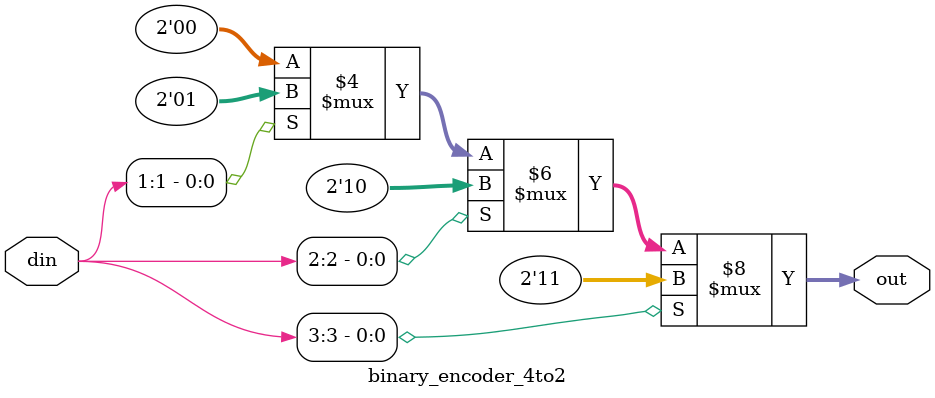
<source format=sv>
module binary_encoder_4to2 (
  input [3:0] din,
  output reg [1:0] out
);
  always @(*) begin
    case (1'b1)
      din[3]: out = 2'b11;
      din[2]: out = 2'b10;
      din[1]: out = 2'b01;
      din[0]: out = 2'b00;
      default: out = 2'b00;
    endcase
  end
endmodule
</source>
